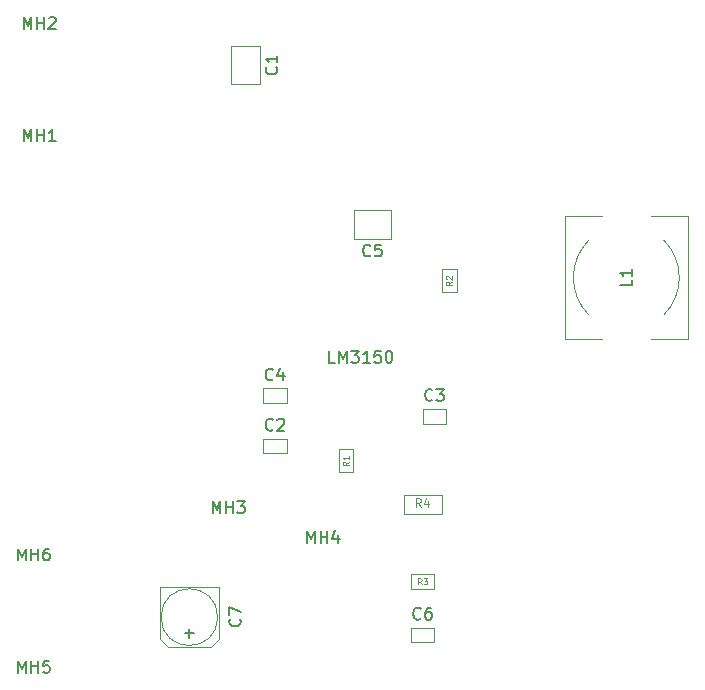
<source format=gbr>
G04 #@! TF.GenerationSoftware,KiCad,Pcbnew,(5.0.0)*
G04 #@! TF.CreationDate,2018-12-18T17:12:43+00:00*
G04 #@! TF.ProjectId,lm3150,6C6D333135302E6B696361645F706362,rev?*
G04 #@! TF.SameCoordinates,Original*
G04 #@! TF.FileFunction,Other,Fab,Top*
%FSLAX46Y46*%
G04 Gerber Fmt 4.6, Leading zero omitted, Abs format (unit mm)*
G04 Created by KiCad (PCBNEW (5.0.0)) date 12/18/18 17:12:43*
%MOMM*%
%LPD*%
G01*
G04 APERTURE LIST*
%ADD10C,0.100000*%
%ADD11C,0.150000*%
%ADD12C,0.075000*%
%ADD13C,0.105000*%
G04 APERTURE END LIST*
D10*
G04 #@! TO.C,C1*
X116500000Y-43400000D02*
X119000000Y-43400000D01*
X116500000Y-46600000D02*
X116500000Y-43400000D01*
X119000000Y-46600000D02*
X116500000Y-46600000D01*
X119000000Y-43400000D02*
X119000000Y-46600000D01*
G04 #@! TO.C,C2*
X119250000Y-76630000D02*
X121250000Y-76630000D01*
X121250000Y-76630000D02*
X121250000Y-77870000D01*
X121250000Y-77870000D02*
X119250000Y-77870000D01*
X119250000Y-77870000D02*
X119250000Y-76630000D01*
G04 #@! TO.C,C3*
X132750000Y-75370000D02*
X132750000Y-74130000D01*
X134750000Y-75370000D02*
X132750000Y-75370000D01*
X134750000Y-74130000D02*
X134750000Y-75370000D01*
X132750000Y-74130000D02*
X134750000Y-74130000D01*
G04 #@! TO.C,C4*
X119250000Y-73620000D02*
X119250000Y-72380000D01*
X121250000Y-73620000D02*
X119250000Y-73620000D01*
X121250000Y-72380000D02*
X121250000Y-73620000D01*
X119250000Y-72380000D02*
X121250000Y-72380000D01*
G04 #@! TO.C,C5*
X130100000Y-59750000D02*
X126900000Y-59750000D01*
X126900000Y-59750000D02*
X126900000Y-57250000D01*
X126900000Y-57250000D02*
X130100000Y-57250000D01*
X130100000Y-57250000D02*
X130100000Y-59750000D01*
G04 #@! TO.C,C6*
X131750000Y-92630000D02*
X133750000Y-92630000D01*
X133750000Y-92630000D02*
X133750000Y-93870000D01*
X133750000Y-93870000D02*
X131750000Y-93870000D01*
X131750000Y-93870000D02*
X131750000Y-92630000D01*
G04 #@! TO.C,C7*
X110490000Y-89240000D02*
X110490000Y-93590000D01*
X110490000Y-93590000D02*
X111160000Y-94260000D01*
X111160000Y-94260000D02*
X114840000Y-94260000D01*
X114840000Y-94260000D02*
X115510000Y-93590000D01*
X115510000Y-93590000D02*
X115510000Y-89240000D01*
X115510000Y-89240000D02*
X110490000Y-89240000D01*
X115402082Y-91750000D02*
G75*
G03X115402082Y-91750000I-2402082J0D01*
G01*
G04 #@! TO.C,L1*
X153170000Y-66170000D02*
G75*
G03X153170000Y-59830000I-3170000J3170000D01*
G01*
X146830000Y-59830000D02*
G75*
G03X146830000Y-66170000I3170000J-3170000D01*
G01*
X144800000Y-57800000D02*
X144800000Y-68200000D01*
X155200000Y-57800000D02*
X155200000Y-68200000D01*
X144800000Y-57800000D02*
X147900000Y-57800000D01*
X144800000Y-68200000D02*
X147900000Y-68200000D01*
X155200000Y-57800000D02*
X152100000Y-57800000D01*
X155200000Y-68200000D02*
X152100000Y-68200000D01*
G04 #@! TO.C,R1*
X126870000Y-77500000D02*
X126870000Y-79500000D01*
X126870000Y-79500000D02*
X125630000Y-79500000D01*
X125630000Y-79500000D02*
X125630000Y-77500000D01*
X125630000Y-77500000D02*
X126870000Y-77500000D01*
G04 #@! TO.C,R2*
X135620000Y-64250000D02*
X134380000Y-64250000D01*
X135620000Y-62250000D02*
X135620000Y-64250000D01*
X134380000Y-62250000D02*
X135620000Y-62250000D01*
X134380000Y-64250000D02*
X134380000Y-62250000D01*
G04 #@! TO.C,R3*
X133750000Y-89370000D02*
X131750000Y-89370000D01*
X131750000Y-89370000D02*
X131750000Y-88130000D01*
X131750000Y-88130000D02*
X133750000Y-88130000D01*
X133750000Y-88130000D02*
X133750000Y-89370000D01*
G04 #@! TO.C,R4*
X131150000Y-81450000D02*
X134350000Y-81450000D01*
X134350000Y-81450000D02*
X134350000Y-83050000D01*
X134350000Y-83050000D02*
X131150000Y-83050000D01*
X131150000Y-83050000D02*
X131150000Y-81450000D01*
G04 #@! TD*
G04 #@! TO.C,C1*
D11*
X120357142Y-45166666D02*
X120404761Y-45214285D01*
X120452380Y-45357142D01*
X120452380Y-45452380D01*
X120404761Y-45595238D01*
X120309523Y-45690476D01*
X120214285Y-45738095D01*
X120023809Y-45785714D01*
X119880952Y-45785714D01*
X119690476Y-45738095D01*
X119595238Y-45690476D01*
X119500000Y-45595238D01*
X119452380Y-45452380D01*
X119452380Y-45357142D01*
X119500000Y-45214285D01*
X119547619Y-45166666D01*
X120452380Y-44214285D02*
X120452380Y-44785714D01*
X120452380Y-44500000D02*
X119452380Y-44500000D01*
X119595238Y-44595238D01*
X119690476Y-44690476D01*
X119738095Y-44785714D01*
G04 #@! TO.C,C2*
X120083333Y-75857142D02*
X120035714Y-75904761D01*
X119892857Y-75952380D01*
X119797619Y-75952380D01*
X119654761Y-75904761D01*
X119559523Y-75809523D01*
X119511904Y-75714285D01*
X119464285Y-75523809D01*
X119464285Y-75380952D01*
X119511904Y-75190476D01*
X119559523Y-75095238D01*
X119654761Y-75000000D01*
X119797619Y-74952380D01*
X119892857Y-74952380D01*
X120035714Y-75000000D01*
X120083333Y-75047619D01*
X120464285Y-75047619D02*
X120511904Y-75000000D01*
X120607142Y-74952380D01*
X120845238Y-74952380D01*
X120940476Y-75000000D01*
X120988095Y-75047619D01*
X121035714Y-75142857D01*
X121035714Y-75238095D01*
X120988095Y-75380952D01*
X120416666Y-75952380D01*
X121035714Y-75952380D01*
G04 #@! TO.C,C3*
X133583333Y-73357142D02*
X133535714Y-73404761D01*
X133392857Y-73452380D01*
X133297619Y-73452380D01*
X133154761Y-73404761D01*
X133059523Y-73309523D01*
X133011904Y-73214285D01*
X132964285Y-73023809D01*
X132964285Y-72880952D01*
X133011904Y-72690476D01*
X133059523Y-72595238D01*
X133154761Y-72500000D01*
X133297619Y-72452380D01*
X133392857Y-72452380D01*
X133535714Y-72500000D01*
X133583333Y-72547619D01*
X133916666Y-72452380D02*
X134535714Y-72452380D01*
X134202380Y-72833333D01*
X134345238Y-72833333D01*
X134440476Y-72880952D01*
X134488095Y-72928571D01*
X134535714Y-73023809D01*
X134535714Y-73261904D01*
X134488095Y-73357142D01*
X134440476Y-73404761D01*
X134345238Y-73452380D01*
X134059523Y-73452380D01*
X133964285Y-73404761D01*
X133916666Y-73357142D01*
G04 #@! TO.C,C4*
X120083333Y-71607142D02*
X120035714Y-71654761D01*
X119892857Y-71702380D01*
X119797619Y-71702380D01*
X119654761Y-71654761D01*
X119559523Y-71559523D01*
X119511904Y-71464285D01*
X119464285Y-71273809D01*
X119464285Y-71130952D01*
X119511904Y-70940476D01*
X119559523Y-70845238D01*
X119654761Y-70750000D01*
X119797619Y-70702380D01*
X119892857Y-70702380D01*
X120035714Y-70750000D01*
X120083333Y-70797619D01*
X120940476Y-71035714D02*
X120940476Y-71702380D01*
X120702380Y-70654761D02*
X120464285Y-71369047D01*
X121083333Y-71369047D01*
G04 #@! TO.C,C5*
X128333333Y-61107142D02*
X128285714Y-61154761D01*
X128142857Y-61202380D01*
X128047619Y-61202380D01*
X127904761Y-61154761D01*
X127809523Y-61059523D01*
X127761904Y-60964285D01*
X127714285Y-60773809D01*
X127714285Y-60630952D01*
X127761904Y-60440476D01*
X127809523Y-60345238D01*
X127904761Y-60250000D01*
X128047619Y-60202380D01*
X128142857Y-60202380D01*
X128285714Y-60250000D01*
X128333333Y-60297619D01*
X129238095Y-60202380D02*
X128761904Y-60202380D01*
X128714285Y-60678571D01*
X128761904Y-60630952D01*
X128857142Y-60583333D01*
X129095238Y-60583333D01*
X129190476Y-60630952D01*
X129238095Y-60678571D01*
X129285714Y-60773809D01*
X129285714Y-61011904D01*
X129238095Y-61107142D01*
X129190476Y-61154761D01*
X129095238Y-61202380D01*
X128857142Y-61202380D01*
X128761904Y-61154761D01*
X128714285Y-61107142D01*
G04 #@! TO.C,C6*
X132583333Y-91857142D02*
X132535714Y-91904761D01*
X132392857Y-91952380D01*
X132297619Y-91952380D01*
X132154761Y-91904761D01*
X132059523Y-91809523D01*
X132011904Y-91714285D01*
X131964285Y-91523809D01*
X131964285Y-91380952D01*
X132011904Y-91190476D01*
X132059523Y-91095238D01*
X132154761Y-91000000D01*
X132297619Y-90952380D01*
X132392857Y-90952380D01*
X132535714Y-91000000D01*
X132583333Y-91047619D01*
X133440476Y-90952380D02*
X133250000Y-90952380D01*
X133154761Y-91000000D01*
X133107142Y-91047619D01*
X133011904Y-91190476D01*
X132964285Y-91380952D01*
X132964285Y-91761904D01*
X133011904Y-91857142D01*
X133059523Y-91904761D01*
X133154761Y-91952380D01*
X133345238Y-91952380D01*
X133440476Y-91904761D01*
X133488095Y-91857142D01*
X133535714Y-91761904D01*
X133535714Y-91523809D01*
X133488095Y-91428571D01*
X133440476Y-91380952D01*
X133345238Y-91333333D01*
X133154761Y-91333333D01*
X133059523Y-91380952D01*
X133011904Y-91428571D01*
X132964285Y-91523809D01*
G04 #@! TO.C,C7*
X117277142Y-91916666D02*
X117324761Y-91964285D01*
X117372380Y-92107142D01*
X117372380Y-92202380D01*
X117324761Y-92345238D01*
X117229523Y-92440476D01*
X117134285Y-92488095D01*
X116943809Y-92535714D01*
X116800952Y-92535714D01*
X116610476Y-92488095D01*
X116515238Y-92440476D01*
X116420000Y-92345238D01*
X116372380Y-92202380D01*
X116372380Y-92107142D01*
X116420000Y-91964285D01*
X116467619Y-91916666D01*
X116372380Y-91583333D02*
X116372380Y-90916666D01*
X117372380Y-91345238D01*
X113011428Y-93510952D02*
X113011428Y-92749047D01*
X113392380Y-93130000D02*
X112630476Y-93130000D01*
G04 #@! TO.C,L1*
X150452380Y-63166666D02*
X150452380Y-63642857D01*
X149452380Y-63642857D01*
X150452380Y-62309523D02*
X150452380Y-62880952D01*
X150452380Y-62595238D02*
X149452380Y-62595238D01*
X149595238Y-62690476D01*
X149690476Y-62785714D01*
X149738095Y-62880952D01*
G04 #@! TO.C,MH1*
X98966666Y-51452380D02*
X98966666Y-50452380D01*
X99300000Y-51166666D01*
X99633333Y-50452380D01*
X99633333Y-51452380D01*
X100109523Y-51452380D02*
X100109523Y-50452380D01*
X100109523Y-50928571D02*
X100680952Y-50928571D01*
X100680952Y-51452380D02*
X100680952Y-50452380D01*
X101680952Y-51452380D02*
X101109523Y-51452380D01*
X101395238Y-51452380D02*
X101395238Y-50452380D01*
X101300000Y-50595238D01*
X101204761Y-50690476D01*
X101109523Y-50738095D01*
G04 #@! TO.C,MH2*
X98966666Y-41952380D02*
X98966666Y-40952380D01*
X99300000Y-41666666D01*
X99633333Y-40952380D01*
X99633333Y-41952380D01*
X100109523Y-41952380D02*
X100109523Y-40952380D01*
X100109523Y-41428571D02*
X100680952Y-41428571D01*
X100680952Y-41952380D02*
X100680952Y-40952380D01*
X101109523Y-41047619D02*
X101157142Y-41000000D01*
X101252380Y-40952380D01*
X101490476Y-40952380D01*
X101585714Y-41000000D01*
X101633333Y-41047619D01*
X101680952Y-41142857D01*
X101680952Y-41238095D01*
X101633333Y-41380952D01*
X101061904Y-41952380D01*
X101680952Y-41952380D01*
G04 #@! TO.C,MH3*
X114966666Y-82952380D02*
X114966666Y-81952380D01*
X115300000Y-82666666D01*
X115633333Y-81952380D01*
X115633333Y-82952380D01*
X116109523Y-82952380D02*
X116109523Y-81952380D01*
X116109523Y-82428571D02*
X116680952Y-82428571D01*
X116680952Y-82952380D02*
X116680952Y-81952380D01*
X117061904Y-81952380D02*
X117680952Y-81952380D01*
X117347619Y-82333333D01*
X117490476Y-82333333D01*
X117585714Y-82380952D01*
X117633333Y-82428571D01*
X117680952Y-82523809D01*
X117680952Y-82761904D01*
X117633333Y-82857142D01*
X117585714Y-82904761D01*
X117490476Y-82952380D01*
X117204761Y-82952380D01*
X117109523Y-82904761D01*
X117061904Y-82857142D01*
G04 #@! TO.C,MH4*
X122966666Y-85452380D02*
X122966666Y-84452380D01*
X123300000Y-85166666D01*
X123633333Y-84452380D01*
X123633333Y-85452380D01*
X124109523Y-85452380D02*
X124109523Y-84452380D01*
X124109523Y-84928571D02*
X124680952Y-84928571D01*
X124680952Y-85452380D02*
X124680952Y-84452380D01*
X125585714Y-84785714D02*
X125585714Y-85452380D01*
X125347619Y-84404761D02*
X125109523Y-85119047D01*
X125728571Y-85119047D01*
G04 #@! TO.C,MH5*
X98466666Y-96452380D02*
X98466666Y-95452380D01*
X98800000Y-96166666D01*
X99133333Y-95452380D01*
X99133333Y-96452380D01*
X99609523Y-96452380D02*
X99609523Y-95452380D01*
X99609523Y-95928571D02*
X100180952Y-95928571D01*
X100180952Y-96452380D02*
X100180952Y-95452380D01*
X101133333Y-95452380D02*
X100657142Y-95452380D01*
X100609523Y-95928571D01*
X100657142Y-95880952D01*
X100752380Y-95833333D01*
X100990476Y-95833333D01*
X101085714Y-95880952D01*
X101133333Y-95928571D01*
X101180952Y-96023809D01*
X101180952Y-96261904D01*
X101133333Y-96357142D01*
X101085714Y-96404761D01*
X100990476Y-96452380D01*
X100752380Y-96452380D01*
X100657142Y-96404761D01*
X100609523Y-96357142D01*
G04 #@! TO.C,MH6*
X98466666Y-86952380D02*
X98466666Y-85952380D01*
X98800000Y-86666666D01*
X99133333Y-85952380D01*
X99133333Y-86952380D01*
X99609523Y-86952380D02*
X99609523Y-85952380D01*
X99609523Y-86428571D02*
X100180952Y-86428571D01*
X100180952Y-86952380D02*
X100180952Y-85952380D01*
X101085714Y-85952380D02*
X100895238Y-85952380D01*
X100800000Y-86000000D01*
X100752380Y-86047619D01*
X100657142Y-86190476D01*
X100609523Y-86380952D01*
X100609523Y-86761904D01*
X100657142Y-86857142D01*
X100704761Y-86904761D01*
X100800000Y-86952380D01*
X100990476Y-86952380D01*
X101085714Y-86904761D01*
X101133333Y-86857142D01*
X101180952Y-86761904D01*
X101180952Y-86523809D01*
X101133333Y-86428571D01*
X101085714Y-86380952D01*
X100990476Y-86333333D01*
X100800000Y-86333333D01*
X100704761Y-86380952D01*
X100657142Y-86428571D01*
X100609523Y-86523809D01*
G04 #@! TO.C,R1*
D12*
X126476190Y-78583333D02*
X126238095Y-78750000D01*
X126476190Y-78869047D02*
X125976190Y-78869047D01*
X125976190Y-78678571D01*
X126000000Y-78630952D01*
X126023809Y-78607142D01*
X126071428Y-78583333D01*
X126142857Y-78583333D01*
X126190476Y-78607142D01*
X126214285Y-78630952D01*
X126238095Y-78678571D01*
X126238095Y-78869047D01*
X126476190Y-78107142D02*
X126476190Y-78392857D01*
X126476190Y-78250000D02*
X125976190Y-78250000D01*
X126047619Y-78297619D01*
X126095238Y-78345238D01*
X126119047Y-78392857D01*
G04 #@! TO.C,R2*
X135226190Y-63333333D02*
X134988095Y-63500000D01*
X135226190Y-63619047D02*
X134726190Y-63619047D01*
X134726190Y-63428571D01*
X134750000Y-63380952D01*
X134773809Y-63357142D01*
X134821428Y-63333333D01*
X134892857Y-63333333D01*
X134940476Y-63357142D01*
X134964285Y-63380952D01*
X134988095Y-63428571D01*
X134988095Y-63619047D01*
X134773809Y-63142857D02*
X134750000Y-63119047D01*
X134726190Y-63071428D01*
X134726190Y-62952380D01*
X134750000Y-62904761D01*
X134773809Y-62880952D01*
X134821428Y-62857142D01*
X134869047Y-62857142D01*
X134940476Y-62880952D01*
X135226190Y-63166666D01*
X135226190Y-62857142D01*
G04 #@! TO.C,R3*
X132666666Y-88976190D02*
X132500000Y-88738095D01*
X132380952Y-88976190D02*
X132380952Y-88476190D01*
X132571428Y-88476190D01*
X132619047Y-88500000D01*
X132642857Y-88523809D01*
X132666666Y-88571428D01*
X132666666Y-88642857D01*
X132642857Y-88690476D01*
X132619047Y-88714285D01*
X132571428Y-88738095D01*
X132380952Y-88738095D01*
X132833333Y-88476190D02*
X133142857Y-88476190D01*
X132976190Y-88666666D01*
X133047619Y-88666666D01*
X133095238Y-88690476D01*
X133119047Y-88714285D01*
X133142857Y-88761904D01*
X133142857Y-88880952D01*
X133119047Y-88928571D01*
X133095238Y-88952380D01*
X133047619Y-88976190D01*
X132904761Y-88976190D01*
X132857142Y-88952380D01*
X132833333Y-88928571D01*
G04 #@! TO.C,R4*
D13*
X132608332Y-82401665D02*
X132374999Y-82068332D01*
X132208332Y-82401665D02*
X132208332Y-81701665D01*
X132474999Y-81701665D01*
X132541665Y-81734999D01*
X132574999Y-81768332D01*
X132608332Y-81834999D01*
X132608332Y-81934999D01*
X132574999Y-82001665D01*
X132541665Y-82034999D01*
X132474999Y-82068332D01*
X132208332Y-82068332D01*
X133208332Y-81934999D02*
X133208332Y-82401665D01*
X133041665Y-81668332D02*
X132874999Y-82168332D01*
X133308332Y-82168332D01*
G04 #@! TO.C,U1*
D11*
X125333333Y-70210380D02*
X124857142Y-70210380D01*
X124857142Y-69210380D01*
X125666666Y-70210380D02*
X125666666Y-69210380D01*
X126000000Y-69924666D01*
X126333333Y-69210380D01*
X126333333Y-70210380D01*
X126714285Y-69210380D02*
X127333333Y-69210380D01*
X127000000Y-69591333D01*
X127142857Y-69591333D01*
X127238095Y-69638952D01*
X127285714Y-69686571D01*
X127333333Y-69781809D01*
X127333333Y-70019904D01*
X127285714Y-70115142D01*
X127238095Y-70162761D01*
X127142857Y-70210380D01*
X126857142Y-70210380D01*
X126761904Y-70162761D01*
X126714285Y-70115142D01*
X128285714Y-70210380D02*
X127714285Y-70210380D01*
X128000000Y-70210380D02*
X128000000Y-69210380D01*
X127904761Y-69353238D01*
X127809523Y-69448476D01*
X127714285Y-69496095D01*
X129190476Y-69210380D02*
X128714285Y-69210380D01*
X128666666Y-69686571D01*
X128714285Y-69638952D01*
X128809523Y-69591333D01*
X129047619Y-69591333D01*
X129142857Y-69638952D01*
X129190476Y-69686571D01*
X129238095Y-69781809D01*
X129238095Y-70019904D01*
X129190476Y-70115142D01*
X129142857Y-70162761D01*
X129047619Y-70210380D01*
X128809523Y-70210380D01*
X128714285Y-70162761D01*
X128666666Y-70115142D01*
X129857142Y-69210380D02*
X129952380Y-69210380D01*
X130047619Y-69258000D01*
X130095238Y-69305619D01*
X130142857Y-69400857D01*
X130190476Y-69591333D01*
X130190476Y-69829428D01*
X130142857Y-70019904D01*
X130095238Y-70115142D01*
X130047619Y-70162761D01*
X129952380Y-70210380D01*
X129857142Y-70210380D01*
X129761904Y-70162761D01*
X129714285Y-70115142D01*
X129666666Y-70019904D01*
X129619047Y-69829428D01*
X129619047Y-69591333D01*
X129666666Y-69400857D01*
X129714285Y-69305619D01*
X129761904Y-69258000D01*
X129857142Y-69210380D01*
G04 #@! TD*
M02*

</source>
